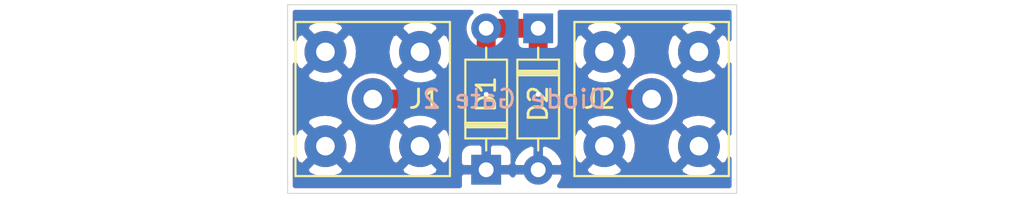
<source format=kicad_pcb>
(kicad_pcb (version 20171130) (host pcbnew "(5.1.5)-3")

  (general
    (thickness 1.6)
    (drawings 5)
    (tracks 10)
    (zones 0)
    (modules 4)
    (nets 3)
  )

  (page A4)
  (title_block
    (title "Diode Gate 2")
    (rev v01)
    (comment 2 "ARTS Lab")
    (comment 3 "University of South Carolina")
    (comment 4 "Jacob Martin")
  )

  (layers
    (0 F.Cu signal)
    (31 B.Cu signal)
    (32 B.Adhes user)
    (33 F.Adhes user)
    (34 B.Paste user)
    (35 F.Paste user)
    (36 B.SilkS user)
    (37 F.SilkS user)
    (38 B.Mask user)
    (39 F.Mask user)
    (40 Dwgs.User user)
    (41 Cmts.User user)
    (42 Eco1.User user)
    (43 Eco2.User user)
    (44 Edge.Cuts user)
    (45 Margin user)
    (46 B.CrtYd user)
    (47 F.CrtYd user)
    (48 B.Fab user)
    (49 F.Fab user hide)
  )

  (setup
    (last_trace_width 0.1524)
    (user_trace_width 1.016)
    (trace_clearance 0.1524)
    (zone_clearance 0.508)
    (zone_45_only no)
    (trace_min 0.1524)
    (via_size 0.508)
    (via_drill 0.254)
    (via_min_size 0.508)
    (via_min_drill 0.254)
    (uvia_size 0.508)
    (uvia_drill 0.254)
    (uvias_allowed no)
    (uvia_min_size 0.2)
    (uvia_min_drill 0.1)
    (edge_width 0.05)
    (segment_width 0.2)
    (pcb_text_width 0.3)
    (pcb_text_size 1.5 1.5)
    (mod_edge_width 0.12)
    (mod_text_size 1 1)
    (mod_text_width 0.15)
    (pad_size 2.25 2.25)
    (pad_drill 1)
    (pad_to_mask_clearance 0.051)
    (solder_mask_min_width 0.25)
    (aux_axis_origin 0 0)
    (visible_elements 7FFFFFFF)
    (pcbplotparams
      (layerselection 0x010fc_ffffffff)
      (usegerberextensions false)
      (usegerberattributes false)
      (usegerberadvancedattributes false)
      (creategerberjobfile false)
      (excludeedgelayer true)
      (linewidth 0.100000)
      (plotframeref false)
      (viasonmask false)
      (mode 1)
      (useauxorigin false)
      (hpglpennumber 1)
      (hpglpenspeed 20)
      (hpglpendiameter 15.000000)
      (psnegative false)
      (psa4output false)
      (plotreference true)
      (plotvalue true)
      (plotinvisibletext false)
      (padsonsilk false)
      (subtractmaskfromsilk false)
      (outputformat 1)
      (mirror false)
      (drillshape 1)
      (scaleselection 1)
      (outputdirectory ""))
  )

  (net 0 "")
  (net 1 "Net-(D1-Pad2)")
  (net 2 GND)

  (net_class Default "This is the default net class."
    (clearance 0.1524)
    (trace_width 0.1524)
    (via_dia 0.508)
    (via_drill 0.254)
    (uvia_dia 0.508)
    (uvia_drill 0.254)
    (add_net GND)
    (add_net "Net-(D1-Pad2)")
  )

  (module Diode_THT:D_DO-35_SOD27_P7.62mm_Horizontal (layer F.Cu) (tedit 5AE50CD5) (tstamp 5F7C2D1F)
    (at 140.97 106.68 90)
    (descr "Diode, DO-35_SOD27 series, Axial, Horizontal, pin pitch=7.62mm, , length*diameter=4*2mm^2, , http://www.diodes.com/_files/packages/DO-35.pdf")
    (tags "Diode DO-35_SOD27 series Axial Horizontal pin pitch 7.62mm  length 4mm diameter 2mm")
    (path /5F7C1B2E)
    (fp_text reference D1 (at 4.064 0 90) (layer F.SilkS)
      (effects (font (size 1 1) (thickness 0.15)))
    )
    (fp_text value 1N4148 (at 3.81 -2.286 90) (layer F.Fab)
      (effects (font (size 1 1) (thickness 0.15)))
    )
    (fp_text user K (at 0 -1.8 90) (layer F.Fab)
      (effects (font (size 1 1) (thickness 0.15)))
    )
    (fp_text user %R (at 4.11 0 90) (layer F.Fab)
      (effects (font (size 0.8 0.8) (thickness 0.12)))
    )
    (fp_line (start 8.67 -1.25) (end -1.05 -1.25) (layer F.CrtYd) (width 0.05))
    (fp_line (start 8.67 1.25) (end 8.67 -1.25) (layer F.CrtYd) (width 0.05))
    (fp_line (start -1.05 1.25) (end 8.67 1.25) (layer F.CrtYd) (width 0.05))
    (fp_line (start -1.05 -1.25) (end -1.05 1.25) (layer F.CrtYd) (width 0.05))
    (fp_line (start 2.29 -1.12) (end 2.29 1.12) (layer F.SilkS) (width 0.12))
    (fp_line (start 2.53 -1.12) (end 2.53 1.12) (layer F.SilkS) (width 0.12))
    (fp_line (start 2.41 -1.12) (end 2.41 1.12) (layer F.SilkS) (width 0.12))
    (fp_line (start 6.58 0) (end 5.93 0) (layer F.SilkS) (width 0.12))
    (fp_line (start 1.04 0) (end 1.69 0) (layer F.SilkS) (width 0.12))
    (fp_line (start 5.93 -1.12) (end 1.69 -1.12) (layer F.SilkS) (width 0.12))
    (fp_line (start 5.93 1.12) (end 5.93 -1.12) (layer F.SilkS) (width 0.12))
    (fp_line (start 1.69 1.12) (end 5.93 1.12) (layer F.SilkS) (width 0.12))
    (fp_line (start 1.69 -1.12) (end 1.69 1.12) (layer F.SilkS) (width 0.12))
    (fp_line (start 2.31 -1) (end 2.31 1) (layer F.Fab) (width 0.1))
    (fp_line (start 2.51 -1) (end 2.51 1) (layer F.Fab) (width 0.1))
    (fp_line (start 2.41 -1) (end 2.41 1) (layer F.Fab) (width 0.1))
    (fp_line (start 7.62 0) (end 5.81 0) (layer F.Fab) (width 0.1))
    (fp_line (start 0 0) (end 1.81 0) (layer F.Fab) (width 0.1))
    (fp_line (start 5.81 -1) (end 1.81 -1) (layer F.Fab) (width 0.1))
    (fp_line (start 5.81 1) (end 5.81 -1) (layer F.Fab) (width 0.1))
    (fp_line (start 1.81 1) (end 5.81 1) (layer F.Fab) (width 0.1))
    (fp_line (start 1.81 -1) (end 1.81 1) (layer F.Fab) (width 0.1))
    (pad 2 thru_hole oval (at 7.62 0 90) (size 1.6 1.6) (drill 0.8) (layers *.Cu *.Mask)
      (net 1 "Net-(D1-Pad2)"))
    (pad 1 thru_hole rect (at 0 0 90) (size 1.6 1.6) (drill 0.8) (layers *.Cu *.Mask)
      (net 2 GND))
    (model ${KISYS3DMOD}/Diode_THT.3dshapes/D_DO-35_SOD27_P7.62mm_Horizontal.wrl
      (at (xyz 0 0 0))
      (scale (xyz 1 1 1))
      (rotate (xyz 0 0 0))
    )
  )

  (module Diode_THT:D_DO-35_SOD27_P7.62mm_Horizontal (layer F.Cu) (tedit 5AE50CD5) (tstamp 5F7C2D3E)
    (at 143.764 99.06 270)
    (descr "Diode, DO-35_SOD27 series, Axial, Horizontal, pin pitch=7.62mm, , length*diameter=4*2mm^2, , http://www.diodes.com/_files/packages/DO-35.pdf")
    (tags "Diode DO-35_SOD27 series Axial Horizontal pin pitch 7.62mm  length 4mm diameter 2mm")
    (path /5F7C0D01)
    (fp_text reference D2 (at 4.064 0 90) (layer F.SilkS)
      (effects (font (size 1 1) (thickness 0.15)))
    )
    (fp_text value 1N4148 (at 3.81 2.12 90) (layer F.Fab)
      (effects (font (size 1 1) (thickness 0.15)))
    )
    (fp_line (start 1.81 -1) (end 1.81 1) (layer F.Fab) (width 0.1))
    (fp_line (start 1.81 1) (end 5.81 1) (layer F.Fab) (width 0.1))
    (fp_line (start 5.81 1) (end 5.81 -1) (layer F.Fab) (width 0.1))
    (fp_line (start 5.81 -1) (end 1.81 -1) (layer F.Fab) (width 0.1))
    (fp_line (start 0 0) (end 1.81 0) (layer F.Fab) (width 0.1))
    (fp_line (start 7.62 0) (end 5.81 0) (layer F.Fab) (width 0.1))
    (fp_line (start 2.41 -1) (end 2.41 1) (layer F.Fab) (width 0.1))
    (fp_line (start 2.51 -1) (end 2.51 1) (layer F.Fab) (width 0.1))
    (fp_line (start 2.31 -1) (end 2.31 1) (layer F.Fab) (width 0.1))
    (fp_line (start 1.69 -1.12) (end 1.69 1.12) (layer F.SilkS) (width 0.12))
    (fp_line (start 1.69 1.12) (end 5.93 1.12) (layer F.SilkS) (width 0.12))
    (fp_line (start 5.93 1.12) (end 5.93 -1.12) (layer F.SilkS) (width 0.12))
    (fp_line (start 5.93 -1.12) (end 1.69 -1.12) (layer F.SilkS) (width 0.12))
    (fp_line (start 1.04 0) (end 1.69 0) (layer F.SilkS) (width 0.12))
    (fp_line (start 6.58 0) (end 5.93 0) (layer F.SilkS) (width 0.12))
    (fp_line (start 2.41 -1.12) (end 2.41 1.12) (layer F.SilkS) (width 0.12))
    (fp_line (start 2.53 -1.12) (end 2.53 1.12) (layer F.SilkS) (width 0.12))
    (fp_line (start 2.29 -1.12) (end 2.29 1.12) (layer F.SilkS) (width 0.12))
    (fp_line (start -1.05 -1.25) (end -1.05 1.25) (layer F.CrtYd) (width 0.05))
    (fp_line (start -1.05 1.25) (end 8.67 1.25) (layer F.CrtYd) (width 0.05))
    (fp_line (start 8.67 1.25) (end 8.67 -1.25) (layer F.CrtYd) (width 0.05))
    (fp_line (start 8.67 -1.25) (end -1.05 -1.25) (layer F.CrtYd) (width 0.05))
    (fp_text user %R (at 4.11 0 90) (layer F.Fab)
      (effects (font (size 0.8 0.8) (thickness 0.12)))
    )
    (fp_text user K (at 0 -1.8 90) (layer F.Fab)
      (effects (font (size 1 1) (thickness 0.15)))
    )
    (pad 1 thru_hole rect (at 0 0 270) (size 1.6 1.6) (drill 0.8) (layers *.Cu *.Mask)
      (net 1 "Net-(D1-Pad2)"))
    (pad 2 thru_hole oval (at 7.62 0 270) (size 1.6 1.6) (drill 0.8) (layers *.Cu *.Mask)
      (net 2 GND))
    (model ${KISYS3DMOD}/Diode_THT.3dshapes/D_DO-35_SOD27_P7.62mm_Horizontal.wrl
      (at (xyz 0 0 0))
      (scale (xyz 1 1 1))
      (rotate (xyz 0 0 0))
    )
  )

  (module Connector_Coaxial:SMA_Amphenol_132203-12_Horizontal (layer F.Cu) (tedit 5F7C8E73) (tstamp 5F7C2D6C)
    (at 134.874 102.87 90)
    (descr https://www.amphenolrf.com/media/downloads/1769/132203-12.pdf)
    (tags "SMA THT Female Jack Horizontal")
    (path /5F7C529E)
    (fp_text reference J1 (at 0 2.794) (layer F.SilkS)
      (effects (font (size 1 1) (thickness 0.15)))
    )
    (fp_text value Conn_Coaxial (at 0 5 90) (layer F.Fab)
      (effects (font (size 1 1) (thickness 0.15)))
    )
    (fp_line (start -3.175 -5.998) (end 3.175 -6.704) (layer F.Fab) (width 0.1))
    (fp_line (start -3.175 -6.704) (end 3.175 -7.41) (layer F.Fab) (width 0.1))
    (fp_line (start -3.175 -7.41) (end 3.175 -8.116) (layer F.Fab) (width 0.1))
    (fp_line (start -3.175 -8.116) (end 3.175 -8.822) (layer F.Fab) (width 0.1))
    (fp_line (start -3.175 -8.822) (end 3.175 -9.528) (layer F.Fab) (width 0.1))
    (fp_line (start -3.175 -9.528) (end 3.175 -10.234) (layer F.Fab) (width 0.1))
    (fp_line (start -3.175 -10.234) (end 3.175 -10.94) (layer F.Fab) (width 0.1))
    (fp_line (start -3.175 -10.94) (end 3.175 -11.646) (layer F.Fab) (width 0.1))
    (fp_line (start -3.175 -11.646) (end 3.175 -12.352) (layer F.Fab) (width 0.1))
    (fp_line (start -3.175 -12.352) (end 3.175 -13.058) (layer F.Fab) (width 0.1))
    (fp_line (start -3.175 -13.058) (end 3.175 -13.764) (layer F.Fab) (width 0.1))
    (fp_line (start -3.175 -13.764) (end 3.175 -14.47) (layer F.Fab) (width 0.1))
    (fp_line (start -3.175 -14.47) (end 3.175 -15.176) (layer F.Fab) (width 0.1))
    (fp_line (start -3.175 -15.176) (end 3.175 -15.882) (layer F.Fab) (width 0.1))
    (fp_line (start -3.175 -15.882) (end 3.175 -16.588) (layer F.Fab) (width 0.1))
    (fp_line (start -3.175 -16.588) (end 3.175 -17.294) (layer F.Fab) (width 0.1))
    (fp_line (start -3.175 -17.294) (end 3.175 -18) (layer F.Fab) (width 0.1))
    (fp_line (start 4.5 4.5) (end -4.5 4.5) (layer F.CrtYd) (width 0.05))
    (fp_line (start 4.5 4.5) (end 4.5 -20) (layer F.CrtYd) (width 0.05))
    (fp_line (start -4.5 -20) (end -4.5 4.5) (layer F.CrtYd) (width 0.05))
    (fp_line (start -4.5 -20) (end 4.5 -20) (layer F.CrtYd) (width 0.05))
    (fp_line (start -4 -4) (end -4 4) (layer F.Fab) (width 0.1))
    (fp_line (start -4 4) (end 4 4) (layer F.Fab) (width 0.1))
    (fp_line (start 4 -4) (end 4 4) (layer F.Fab) (width 0.1))
    (fp_line (start -4.15 -4.15) (end -4.15 4.15) (layer F.SilkS) (width 0.12))
    (fp_line (start 4.15 -4.15) (end 4.15 4.15) (layer F.SilkS) (width 0.12))
    (fp_line (start -4.15 4.15) (end 4.15 4.15) (layer F.SilkS) (width 0.12))
    (fp_line (start -4.15 -4.15) (end 4.15 -4.15) (layer F.SilkS) (width 0.12))
    (fp_text user %R (at 0 0 90) (layer F.Fab)
      (effects (font (size 1 1) (thickness 0.15)))
    )
    (fp_line (start -3.175 -19.5) (end 3.175 -19.5) (layer F.Fab) (width 0.1))
    (fp_line (start -3.175 -19.5) (end -3.175 -5.07) (layer F.Fab) (width 0.1))
    (fp_line (start 3.175 -19.5) (end 3.175 -5.07) (layer F.Fab) (width 0.1))
    (fp_line (start 3.9 -4) (end 3.9 -5.07) (layer F.Fab) (width 0.1))
    (fp_line (start 3.9 -5.07) (end -3.9 -5.07) (layer F.Fab) (width 0.1))
    (fp_line (start -3.9 -5.07) (end -3.9 -4) (layer F.Fab) (width 0.1))
    (fp_line (start -4 -4) (end 4 -4) (layer F.Fab) (width 0.1))
    (fp_line (start -3.175 -18) (end 3.175 -18.706) (layer F.Fab) (width 0.1))
    (pad 1 thru_hole circle (at 0 0 90) (size 2.25 2.25) (drill 1) (layers *.Cu *.Mask)
      (net 1 "Net-(D1-Pad2)"))
    (pad 2 thru_hole circle (at 2.54 2.54 180) (size 2.25 2.25) (drill 1) (layers *.Cu *.Mask)
      (net 2 GND))
    (pad 2 thru_hole circle (at 2.54 -2.54 90) (size 2.25 2.25) (drill 1) (layers *.Cu *.Mask)
      (net 2 GND))
    (pad 2 thru_hole circle (at -2.54 -2.54 90) (size 2.25 2.25) (drill 1) (layers *.Cu *.Mask)
      (net 2 GND))
    (pad 2 thru_hole circle (at -2.54 2.54 90) (size 2.25 2.25) (drill 1) (layers *.Cu *.Mask)
      (net 2 GND))
    (model ${KISYS3DMOD}/Connector_Coaxial.3dshapes/SMA_Amphenol_132203-12_Horizontal.wrl
      (at (xyz 0 0 0))
      (scale (xyz 1 1 1))
      (rotate (xyz 0 0 0))
    )
  )

  (module Connector_Coaxial:SMA_Amphenol_132203-12_Horizontal (layer F.Cu) (tedit 5F7C8E95) (tstamp 5F7C2D9A)
    (at 149.86 102.87 270)
    (descr https://www.amphenolrf.com/media/downloads/1769/132203-12.pdf)
    (tags "SMA THT Female Jack Horizontal")
    (path /5F7C379F)
    (fp_text reference J2 (at 0 2.794) (layer F.SilkS)
      (effects (font (size 1 1) (thickness 0.15)))
    )
    (fp_text value Conn_Coaxial (at 0 5 90) (layer F.Fab)
      (effects (font (size 1 1) (thickness 0.15)))
    )
    (fp_line (start -3.175 -18) (end 3.175 -18.706) (layer F.Fab) (width 0.1))
    (fp_line (start -4 -4) (end 4 -4) (layer F.Fab) (width 0.1))
    (fp_line (start -3.9 -5.07) (end -3.9 -4) (layer F.Fab) (width 0.1))
    (fp_line (start 3.9 -5.07) (end -3.9 -5.07) (layer F.Fab) (width 0.1))
    (fp_line (start 3.9 -4) (end 3.9 -5.07) (layer F.Fab) (width 0.1))
    (fp_line (start 3.175 -19.5) (end 3.175 -5.07) (layer F.Fab) (width 0.1))
    (fp_line (start -3.175 -19.5) (end -3.175 -5.07) (layer F.Fab) (width 0.1))
    (fp_line (start -3.175 -19.5) (end 3.175 -19.5) (layer F.Fab) (width 0.1))
    (fp_text user %R (at 0 0 90) (layer F.Fab)
      (effects (font (size 1 1) (thickness 0.15)))
    )
    (fp_line (start -4.15 -4.15) (end 4.15 -4.15) (layer F.SilkS) (width 0.12))
    (fp_line (start -4.15 4.15) (end 4.15 4.15) (layer F.SilkS) (width 0.12))
    (fp_line (start 4.15 -4.15) (end 4.15 4.15) (layer F.SilkS) (width 0.12))
    (fp_line (start -4.15 -4.15) (end -4.15 4.15) (layer F.SilkS) (width 0.12))
    (fp_line (start 4 -4) (end 4 4) (layer F.Fab) (width 0.1))
    (fp_line (start -4 4) (end 4 4) (layer F.Fab) (width 0.1))
    (fp_line (start -4 -4) (end -4 4) (layer F.Fab) (width 0.1))
    (fp_line (start -4.5 -20) (end 4.5 -20) (layer F.CrtYd) (width 0.05))
    (fp_line (start -4.5 -20) (end -4.5 4.5) (layer F.CrtYd) (width 0.05))
    (fp_line (start 4.5 4.5) (end 4.5 -20) (layer F.CrtYd) (width 0.05))
    (fp_line (start 4.5 4.5) (end -4.5 4.5) (layer F.CrtYd) (width 0.05))
    (fp_line (start -3.175 -17.294) (end 3.175 -18) (layer F.Fab) (width 0.1))
    (fp_line (start -3.175 -16.588) (end 3.175 -17.294) (layer F.Fab) (width 0.1))
    (fp_line (start -3.175 -15.882) (end 3.175 -16.588) (layer F.Fab) (width 0.1))
    (fp_line (start -3.175 -15.176) (end 3.175 -15.882) (layer F.Fab) (width 0.1))
    (fp_line (start -3.175 -14.47) (end 3.175 -15.176) (layer F.Fab) (width 0.1))
    (fp_line (start -3.175 -13.764) (end 3.175 -14.47) (layer F.Fab) (width 0.1))
    (fp_line (start -3.175 -13.058) (end 3.175 -13.764) (layer F.Fab) (width 0.1))
    (fp_line (start -3.175 -12.352) (end 3.175 -13.058) (layer F.Fab) (width 0.1))
    (fp_line (start -3.175 -11.646) (end 3.175 -12.352) (layer F.Fab) (width 0.1))
    (fp_line (start -3.175 -10.94) (end 3.175 -11.646) (layer F.Fab) (width 0.1))
    (fp_line (start -3.175 -10.234) (end 3.175 -10.94) (layer F.Fab) (width 0.1))
    (fp_line (start -3.175 -9.528) (end 3.175 -10.234) (layer F.Fab) (width 0.1))
    (fp_line (start -3.175 -8.822) (end 3.175 -9.528) (layer F.Fab) (width 0.1))
    (fp_line (start -3.175 -8.116) (end 3.175 -8.822) (layer F.Fab) (width 0.1))
    (fp_line (start -3.175 -7.41) (end 3.175 -8.116) (layer F.Fab) (width 0.1))
    (fp_line (start -3.175 -6.704) (end 3.175 -7.41) (layer F.Fab) (width 0.1))
    (fp_line (start -3.175 -5.998) (end 3.175 -6.704) (layer F.Fab) (width 0.1))
    (pad 2 thru_hole circle (at -2.54 2.54 270) (size 2.25 2.25) (drill 1) (layers *.Cu *.Mask)
      (net 2 GND))
    (pad 2 thru_hole circle (at -2.54 -2.54 270) (size 2.25 2.25) (drill 1) (layers *.Cu *.Mask)
      (net 2 GND))
    (pad 2 thru_hole circle (at 2.54 -2.54 270) (size 2.25 2.25) (drill 1) (layers *.Cu *.Mask)
      (net 2 GND))
    (pad 2 thru_hole circle (at 2.54 2.54) (size 2.25 2.25) (drill 1) (layers *.Cu *.Mask)
      (net 2 GND))
    (pad 1 thru_hole circle (at 0 0 270) (size 2.25 2.25) (drill 1) (layers *.Cu *.Mask)
      (net 1 "Net-(D1-Pad2)"))
    (model ${KISYS3DMOD}/Connector_Coaxial.3dshapes/SMA_Amphenol_132203-12_Horizontal.wrl
      (at (xyz 0 0 0))
      (scale (xyz 1 1 1))
      (rotate (xyz 0 0 0))
    )
  )

  (gr_text "Diode Gate 2" (at 142.494 102.87) (layer B.SilkS)
    (effects (font (size 0.992 0.992) (thickness 0.1476)) (justify mirror))
  )
  (gr_line (start 130.302 107.95) (end 130.302 97.79) (layer Edge.Cuts) (width 0.05) (tstamp 5F7C349A))
  (gr_line (start 154.432 107.95) (end 130.302 107.95) (layer Edge.Cuts) (width 0.05))
  (gr_line (start 154.432 97.79) (end 154.432 107.95) (layer Edge.Cuts) (width 0.05))
  (gr_line (start 130.302 97.79) (end 154.432 97.79) (layer Edge.Cuts) (width 0.05))

  (segment (start 140.97 99.06) (end 143.764 99.06) (width 1.016) (layer F.Cu) (net 1))
  (segment (start 143.764 100.876) (end 145.758 102.87) (width 1.016) (layer F.Cu) (net 1))
  (segment (start 148.26901 102.87) (end 149.86 102.87) (width 1.016) (layer F.Cu) (net 1))
  (segment (start 145.758 102.87) (end 148.26901 102.87) (width 1.016) (layer F.Cu) (net 1))
  (segment (start 143.764 99.06) (end 143.764 100.876) (width 1.016) (layer F.Cu) (net 1))
  (segment (start 140.97 100.19137) (end 140.97 99.06) (width 1.016) (layer F.Cu) (net 1))
  (segment (start 138.29137 102.87) (end 140.97 100.19137) (width 1.016) (layer F.Cu) (net 1))
  (segment (start 134.874 102.87) (end 138.29137 102.87) (width 1.016) (layer F.Cu) (net 1))
  (via (at 140.97 102.616) (size 0.508) (drill 0.254) (layers F.Cu B.Cu) (net 2))
  (via (at 143.764 102.616) (size 0.508) (drill 0.254) (layers F.Cu B.Cu) (net 2))

  (zone (net 2) (net_name GND) (layer F.Cu) (tstamp 0) (hatch edge 0.508)
    (connect_pads (clearance 0.254))
    (min_thickness 0.254)
    (fill yes (arc_segments 32) (thermal_gap 0.508) (thermal_bridge_width 0.508))
    (polygon
      (pts
        (xy 154.686 108.204) (xy 130.048 108.204) (xy 130.048 97.536) (xy 154.686 97.536)
      )
    )
    (filled_polygon
      (pts
        (xy 140.052658 98.307157) (xy 139.923412 98.500587) (xy 139.834386 98.715515) (xy 139.789 98.943682) (xy 139.789 99.176318)
        (xy 139.834386 99.404485) (xy 139.923412 99.619413) (xy 140.052658 99.812843) (xy 140.071975 99.83216) (xy 139.112351 100.791783)
        (xy 139.15886 100.618295) (xy 139.181576 100.27235) (xy 139.136366 99.92862) (xy 139.024966 99.600315) (xy 138.915714 99.395921)
        (xy 138.638531 99.285074) (xy 137.593605 100.33) (xy 137.607748 100.344143) (xy 137.428143 100.523748) (xy 137.414 100.509605)
        (xy 136.369074 101.554531) (xy 136.479921 101.831714) (xy 136.782551 101.981) (xy 136.09124 101.981) (xy 136.043787 101.909981)
        (xy 135.834019 101.700213) (xy 135.587359 101.5354) (xy 135.313284 101.421875) (xy 135.022328 101.364) (xy 134.725672 101.364)
        (xy 134.434716 101.421875) (xy 134.160641 101.5354) (xy 133.913981 101.700213) (xy 133.704213 101.909981) (xy 133.5394 102.156641)
        (xy 133.425875 102.430716) (xy 133.368 102.721672) (xy 133.368 103.018328) (xy 133.425875 103.309284) (xy 133.5394 103.583359)
        (xy 133.704213 103.830019) (xy 133.913981 104.039787) (xy 134.160641 104.2046) (xy 134.434716 104.318125) (xy 134.725672 104.376)
        (xy 135.022328 104.376) (xy 135.313284 104.318125) (xy 135.587359 104.2046) (xy 135.834019 104.039787) (xy 136.043787 103.830019)
        (xy 136.09124 103.759) (xy 136.802299 103.759) (xy 136.684315 103.799034) (xy 136.479921 103.908286) (xy 136.369074 104.185469)
        (xy 137.414 105.230395) (xy 138.458926 104.185469) (xy 138.348079 103.908286) (xy 138.045449 103.759) (xy 138.24771 103.759)
        (xy 138.29137 103.7633) (xy 138.33503 103.759) (xy 138.335037 103.759) (xy 138.465644 103.746136) (xy 138.633221 103.695303)
        (xy 138.787661 103.612753) (xy 138.923029 103.501659) (xy 138.950869 103.467736) (xy 141.567743 100.850863) (xy 141.601659 100.823029)
        (xy 141.712753 100.687661) (xy 141.795303 100.533221) (xy 141.846136 100.365644) (xy 141.859 100.235037) (xy 141.859 100.23503)
        (xy 141.8633 100.19137) (xy 141.859 100.14771) (xy 141.859 99.949) (xy 142.592854 99.949) (xy 142.610299 100.006508)
        (xy 142.645678 100.072696) (xy 142.693289 100.130711) (xy 142.751304 100.178322) (xy 142.817492 100.213701) (xy 142.875001 100.231146)
        (xy 142.875001 100.83233) (xy 142.8707 100.876) (xy 142.887864 101.050274) (xy 142.938698 101.217852) (xy 142.963407 101.264079)
        (xy 143.021248 101.372291) (xy 143.132342 101.507659) (xy 143.166259 101.535494) (xy 145.098506 103.467742) (xy 145.126341 103.501659)
        (xy 145.261709 103.612753) (xy 145.416149 103.695303) (xy 145.510758 103.724002) (xy 145.583725 103.746136) (xy 145.600325 103.747771)
        (xy 145.714333 103.759) (xy 145.71434 103.759) (xy 145.758 103.7633) (xy 145.80166 103.759) (xy 146.708299 103.759)
        (xy 146.590315 103.799034) (xy 146.385921 103.908286) (xy 146.275074 104.185469) (xy 147.32 105.230395) (xy 148.364926 104.185469)
        (xy 148.254079 103.908286) (xy 147.951449 103.759) (xy 148.64276 103.759) (xy 148.690213 103.830019) (xy 148.899981 104.039787)
        (xy 149.146641 104.2046) (xy 149.420716 104.318125) (xy 149.711672 104.376) (xy 150.008328 104.376) (xy 150.299284 104.318125)
        (xy 150.573359 104.2046) (xy 150.60199 104.185469) (xy 151.355074 104.185469) (xy 152.4 105.230395) (xy 153.444926 104.185469)
        (xy 153.334079 103.908286) (xy 153.02316 103.754911) (xy 152.688295 103.66514) (xy 152.34235 103.642424) (xy 151.99862 103.687634)
        (xy 151.670315 103.799034) (xy 151.465921 103.908286) (xy 151.355074 104.185469) (xy 150.60199 104.185469) (xy 150.820019 104.039787)
        (xy 151.029787 103.830019) (xy 151.1946 103.583359) (xy 151.308125 103.309284) (xy 151.366 103.018328) (xy 151.366 102.721672)
        (xy 151.308125 102.430716) (xy 151.1946 102.156641) (xy 151.029787 101.909981) (xy 150.820019 101.700213) (xy 150.601991 101.554531)
        (xy 151.355074 101.554531) (xy 151.465921 101.831714) (xy 151.77684 101.985089) (xy 152.111705 102.07486) (xy 152.45765 102.097576)
        (xy 152.80138 102.052366) (xy 153.129685 101.940966) (xy 153.334079 101.831714) (xy 153.444926 101.554531) (xy 152.4 100.509605)
        (xy 151.355074 101.554531) (xy 150.601991 101.554531) (xy 150.573359 101.5354) (xy 150.299284 101.421875) (xy 150.008328 101.364)
        (xy 149.711672 101.364) (xy 149.420716 101.421875) (xy 149.146641 101.5354) (xy 148.899981 101.700213) (xy 148.690213 101.909981)
        (xy 148.64276 101.981) (xy 147.931701 101.981) (xy 148.049685 101.940966) (xy 148.254079 101.831714) (xy 148.364926 101.554531)
        (xy 147.32 100.509605) (xy 146.275074 101.554531) (xy 146.385921 101.831714) (xy 146.688551 101.981) (xy 146.126236 101.981)
        (xy 144.653 100.507765) (xy 144.653 100.38765) (xy 145.552424 100.38765) (xy 145.597634 100.73138) (xy 145.709034 101.059685)
        (xy 145.818286 101.264079) (xy 146.095469 101.374926) (xy 147.140395 100.33) (xy 147.499605 100.33) (xy 148.544531 101.374926)
        (xy 148.821714 101.264079) (xy 148.975089 100.95316) (xy 149.06486 100.618295) (xy 149.080004 100.38765) (xy 150.632424 100.38765)
        (xy 150.677634 100.73138) (xy 150.789034 101.059685) (xy 150.898286 101.264079) (xy 151.175469 101.374926) (xy 152.220395 100.33)
        (xy 151.175469 99.285074) (xy 150.898286 99.395921) (xy 150.744911 99.70684) (xy 150.65514 100.041705) (xy 150.632424 100.38765)
        (xy 149.080004 100.38765) (xy 149.087576 100.27235) (xy 149.042366 99.92862) (xy 148.930966 99.600315) (xy 148.821714 99.395921)
        (xy 148.544531 99.285074) (xy 147.499605 100.33) (xy 147.140395 100.33) (xy 146.095469 99.285074) (xy 145.818286 99.395921)
        (xy 145.664911 99.70684) (xy 145.57514 100.041705) (xy 145.552424 100.38765) (xy 144.653 100.38765) (xy 144.653 100.231146)
        (xy 144.710508 100.213701) (xy 144.776696 100.178322) (xy 144.834711 100.130711) (xy 144.882322 100.072696) (xy 144.917701 100.006508)
        (xy 144.939487 99.934689) (xy 144.946843 99.86) (xy 144.946843 99.105469) (xy 146.275074 99.105469) (xy 147.32 100.150395)
        (xy 148.364926 99.105469) (xy 151.355074 99.105469) (xy 152.4 100.150395) (xy 153.444926 99.105469) (xy 153.334079 98.828286)
        (xy 153.02316 98.674911) (xy 152.688295 98.58514) (xy 152.34235 98.562424) (xy 151.99862 98.607634) (xy 151.670315 98.719034)
        (xy 151.465921 98.828286) (xy 151.355074 99.105469) (xy 148.364926 99.105469) (xy 148.254079 98.828286) (xy 147.94316 98.674911)
        (xy 147.608295 98.58514) (xy 147.26235 98.562424) (xy 146.91862 98.607634) (xy 146.590315 98.719034) (xy 146.385921 98.828286)
        (xy 146.275074 99.105469) (xy 144.946843 99.105469) (xy 144.946843 98.26) (xy 144.94054 98.196) (xy 154.026 98.196)
        (xy 154.026 99.644622) (xy 154.010966 99.600315) (xy 153.901714 99.395921) (xy 153.624531 99.285074) (xy 152.579605 100.33)
        (xy 153.624531 101.374926) (xy 153.901714 101.264079) (xy 154.026 101.012128) (xy 154.026001 104.724623) (xy 154.010966 104.680315)
        (xy 153.901714 104.475921) (xy 153.624531 104.365074) (xy 152.579605 105.41) (xy 153.624531 106.454926) (xy 153.901714 106.344079)
        (xy 154.026001 106.092127) (xy 154.026001 107.544) (xy 144.908342 107.544) (xy 144.916385 107.535131) (xy 145.06107 107.293881)
        (xy 145.155909 107.02904) (xy 145.034624 106.807) (xy 143.891 106.807) (xy 143.891 106.827) (xy 143.637 106.827)
        (xy 143.637 106.807) (xy 142.493376 106.807) (xy 142.405018 106.96876) (xy 142.405 106.96575) (xy 142.24625 106.807)
        (xy 141.097 106.807) (xy 141.097 106.827) (xy 140.843 106.827) (xy 140.843 106.807) (xy 139.69375 106.807)
        (xy 139.535 106.96575) (xy 139.531928 107.48) (xy 139.538231 107.544) (xy 130.708 107.544) (xy 130.708 106.634531)
        (xy 131.289074 106.634531) (xy 131.399921 106.911714) (xy 131.71084 107.065089) (xy 132.045705 107.15486) (xy 132.39165 107.177576)
        (xy 132.73538 107.132366) (xy 133.063685 107.020966) (xy 133.268079 106.911714) (xy 133.378926 106.634531) (xy 136.369074 106.634531)
        (xy 136.479921 106.911714) (xy 136.79084 107.065089) (xy 137.125705 107.15486) (xy 137.47165 107.177576) (xy 137.81538 107.132366)
        (xy 138.143685 107.020966) (xy 138.348079 106.911714) (xy 138.458926 106.634531) (xy 146.275074 106.634531) (xy 146.385921 106.911714)
        (xy 146.69684 107.065089) (xy 147.031705 107.15486) (xy 147.37765 107.177576) (xy 147.72138 107.132366) (xy 148.049685 107.020966)
        (xy 148.254079 106.911714) (xy 148.364926 106.634531) (xy 151.355074 106.634531) (xy 151.465921 106.911714) (xy 151.77684 107.065089)
        (xy 152.111705 107.15486) (xy 152.45765 107.177576) (xy 152.80138 107.132366) (xy 153.129685 107.020966) (xy 153.334079 106.911714)
        (xy 153.444926 106.634531) (xy 152.4 105.589605) (xy 151.355074 106.634531) (xy 148.364926 106.634531) (xy 147.32 105.589605)
        (xy 146.275074 106.634531) (xy 138.458926 106.634531) (xy 137.414 105.589605) (xy 136.369074 106.634531) (xy 133.378926 106.634531)
        (xy 132.334 105.589605) (xy 131.289074 106.634531) (xy 130.708 106.634531) (xy 130.708 106.095379) (xy 130.723034 106.139685)
        (xy 130.832286 106.344079) (xy 131.109469 106.454926) (xy 132.154395 105.41) (xy 132.513605 105.41) (xy 133.558531 106.454926)
        (xy 133.835714 106.344079) (xy 133.989089 106.03316) (xy 134.07886 105.698295) (xy 134.094004 105.46765) (xy 135.646424 105.46765)
        (xy 135.691634 105.81138) (xy 135.803034 106.139685) (xy 135.912286 106.344079) (xy 136.189469 106.454926) (xy 137.234395 105.41)
        (xy 137.593605 105.41) (xy 138.638531 106.454926) (xy 138.915714 106.344079) (xy 139.069089 106.03316) (xy 139.110148 105.88)
        (xy 139.531928 105.88) (xy 139.535 106.39425) (xy 139.69375 106.553) (xy 140.843 106.553) (xy 140.843 105.40375)
        (xy 141.097 105.40375) (xy 141.097 106.553) (xy 142.24625 106.553) (xy 142.405 106.39425) (xy 142.405018 106.39124)
        (xy 142.493376 106.553) (xy 143.637 106.553) (xy 143.637 105.410085) (xy 143.891 105.410085) (xy 143.891 106.553)
        (xy 145.034624 106.553) (xy 145.155909 106.33096) (xy 145.06107 106.066119) (xy 144.916385 105.824869) (xy 144.727414 105.616481)
        (xy 144.526631 105.46765) (xy 145.552424 105.46765) (xy 145.597634 105.81138) (xy 145.709034 106.139685) (xy 145.818286 106.344079)
        (xy 146.095469 106.454926) (xy 147.140395 105.41) (xy 147.499605 105.41) (xy 148.544531 106.454926) (xy 148.821714 106.344079)
        (xy 148.975089 106.03316) (xy 149.06486 105.698295) (xy 149.080004 105.46765) (xy 150.632424 105.46765) (xy 150.677634 105.81138)
        (xy 150.789034 106.139685) (xy 150.898286 106.344079) (xy 151.175469 106.454926) (xy 152.220395 105.41) (xy 151.175469 104.365074)
        (xy 150.898286 104.475921) (xy 150.744911 104.78684) (xy 150.65514 105.121705) (xy 150.632424 105.46765) (xy 149.080004 105.46765)
        (xy 149.087576 105.35235) (xy 149.042366 105.00862) (xy 148.930966 104.680315) (xy 148.821714 104.475921) (xy 148.544531 104.365074)
        (xy 147.499605 105.41) (xy 147.140395 105.41) (xy 146.095469 104.365074) (xy 145.818286 104.475921) (xy 145.664911 104.78684)
        (xy 145.57514 105.121705) (xy 145.552424 105.46765) (xy 144.526631 105.46765) (xy 144.50142 105.448963) (xy 144.247087 105.328754)
        (xy 144.113039 105.288096) (xy 143.891 105.410085) (xy 143.637 105.410085) (xy 143.414961 105.288096) (xy 143.280913 105.328754)
        (xy 143.02658 105.448963) (xy 142.800586 105.616481) (xy 142.611615 105.824869) (xy 142.46693 106.066119) (xy 142.405943 106.236428)
        (xy 142.408072 105.88) (xy 142.395812 105.755518) (xy 142.359502 105.63582) (xy 142.300537 105.525506) (xy 142.221185 105.428815)
        (xy 142.124494 105.349463) (xy 142.01418 105.290498) (xy 141.894482 105.254188) (xy 141.77 105.241928) (xy 141.25575 105.245)
        (xy 141.097 105.40375) (xy 140.843 105.40375) (xy 140.68425 105.245) (xy 140.17 105.241928) (xy 140.045518 105.254188)
        (xy 139.92582 105.290498) (xy 139.815506 105.349463) (xy 139.718815 105.428815) (xy 139.639463 105.525506) (xy 139.580498 105.63582)
        (xy 139.544188 105.755518) (xy 139.531928 105.88) (xy 139.110148 105.88) (xy 139.15886 105.698295) (xy 139.181576 105.35235)
        (xy 139.136366 105.00862) (xy 139.024966 104.680315) (xy 138.915714 104.475921) (xy 138.638531 104.365074) (xy 137.593605 105.41)
        (xy 137.234395 105.41) (xy 136.189469 104.365074) (xy 135.912286 104.475921) (xy 135.758911 104.78684) (xy 135.66914 105.121705)
        (xy 135.646424 105.46765) (xy 134.094004 105.46765) (xy 134.101576 105.35235) (xy 134.056366 105.00862) (xy 133.944966 104.680315)
        (xy 133.835714 104.475921) (xy 133.558531 104.365074) (xy 132.513605 105.41) (xy 132.154395 105.41) (xy 131.109469 104.365074)
        (xy 130.832286 104.475921) (xy 130.708 104.727871) (xy 130.708 104.185469) (xy 131.289074 104.185469) (xy 132.334 105.230395)
        (xy 133.378926 104.185469) (xy 133.268079 103.908286) (xy 132.95716 103.754911) (xy 132.622295 103.66514) (xy 132.27635 103.642424)
        (xy 131.93262 103.687634) (xy 131.604315 103.799034) (xy 131.399921 103.908286) (xy 131.289074 104.185469) (xy 130.708 104.185469)
        (xy 130.708 101.554531) (xy 131.289074 101.554531) (xy 131.399921 101.831714) (xy 131.71084 101.985089) (xy 132.045705 102.07486)
        (xy 132.39165 102.097576) (xy 132.73538 102.052366) (xy 133.063685 101.940966) (xy 133.268079 101.831714) (xy 133.378926 101.554531)
        (xy 132.334 100.509605) (xy 131.289074 101.554531) (xy 130.708 101.554531) (xy 130.708 101.015379) (xy 130.723034 101.059685)
        (xy 130.832286 101.264079) (xy 131.109469 101.374926) (xy 132.154395 100.33) (xy 132.513605 100.33) (xy 133.558531 101.374926)
        (xy 133.835714 101.264079) (xy 133.989089 100.95316) (xy 134.07886 100.618295) (xy 134.094004 100.38765) (xy 135.646424 100.38765)
        (xy 135.691634 100.73138) (xy 135.803034 101.059685) (xy 135.912286 101.264079) (xy 136.189469 101.374926) (xy 137.234395 100.33)
        (xy 136.189469 99.285074) (xy 135.912286 99.395921) (xy 135.758911 99.70684) (xy 135.66914 100.041705) (xy 135.646424 100.38765)
        (xy 134.094004 100.38765) (xy 134.101576 100.27235) (xy 134.056366 99.92862) (xy 133.944966 99.600315) (xy 133.835714 99.395921)
        (xy 133.558531 99.285074) (xy 132.513605 100.33) (xy 132.154395 100.33) (xy 131.109469 99.285074) (xy 130.832286 99.395921)
        (xy 130.708 99.647871) (xy 130.708 99.105469) (xy 131.289074 99.105469) (xy 132.334 100.150395) (xy 133.378926 99.105469)
        (xy 136.369074 99.105469) (xy 137.414 100.150395) (xy 138.458926 99.105469) (xy 138.348079 98.828286) (xy 138.03716 98.674911)
        (xy 137.702295 98.58514) (xy 137.35635 98.562424) (xy 137.01262 98.607634) (xy 136.684315 98.719034) (xy 136.479921 98.828286)
        (xy 136.369074 99.105469) (xy 133.378926 99.105469) (xy 133.268079 98.828286) (xy 132.95716 98.674911) (xy 132.622295 98.58514)
        (xy 132.27635 98.562424) (xy 131.93262 98.607634) (xy 131.604315 98.719034) (xy 131.399921 98.828286) (xy 131.289074 99.105469)
        (xy 130.708 99.105469) (xy 130.708 98.196) (xy 140.163815 98.196)
      )
    )
  )
  (zone (net 2) (net_name GND) (layer B.Cu) (tstamp 0) (hatch edge 0.508)
    (connect_pads (clearance 0.254))
    (min_thickness 0.254)
    (fill yes (arc_segments 32) (thermal_gap 0.508) (thermal_bridge_width 0.508))
    (polygon
      (pts
        (xy 154.686 108.204) (xy 130.048 108.204) (xy 130.048 97.536) (xy 154.686 97.536)
      )
    )
    (filled_polygon
      (pts
        (xy 140.052658 98.307157) (xy 139.923412 98.500587) (xy 139.834386 98.715515) (xy 139.789 98.943682) (xy 139.789 99.176318)
        (xy 139.834386 99.404485) (xy 139.923412 99.619413) (xy 140.052658 99.812843) (xy 140.217157 99.977342) (xy 140.410587 100.106588)
        (xy 140.625515 100.195614) (xy 140.853682 100.241) (xy 141.086318 100.241) (xy 141.314485 100.195614) (xy 141.529413 100.106588)
        (xy 141.722843 99.977342) (xy 141.887342 99.812843) (xy 142.016588 99.619413) (xy 142.105614 99.404485) (xy 142.151 99.176318)
        (xy 142.151 98.943682) (xy 142.105614 98.715515) (xy 142.016588 98.500587) (xy 141.887342 98.307157) (xy 141.776185 98.196)
        (xy 142.58746 98.196) (xy 142.581157 98.26) (xy 142.581157 99.86) (xy 142.588513 99.934689) (xy 142.610299 100.006508)
        (xy 142.645678 100.072696) (xy 142.693289 100.130711) (xy 142.751304 100.178322) (xy 142.817492 100.213701) (xy 142.889311 100.235487)
        (xy 142.964 100.242843) (xy 144.564 100.242843) (xy 144.638689 100.235487) (xy 144.710508 100.213701) (xy 144.776696 100.178322)
        (xy 144.834711 100.130711) (xy 144.882322 100.072696) (xy 144.917701 100.006508) (xy 144.939487 99.934689) (xy 144.946843 99.86)
        (xy 144.946843 99.105469) (xy 146.275074 99.105469) (xy 147.32 100.150395) (xy 148.364926 99.105469) (xy 151.355074 99.105469)
        (xy 152.4 100.150395) (xy 153.444926 99.105469) (xy 153.334079 98.828286) (xy 153.02316 98.674911) (xy 152.688295 98.58514)
        (xy 152.34235 98.562424) (xy 151.99862 98.607634) (xy 151.670315 98.719034) (xy 151.465921 98.828286) (xy 151.355074 99.105469)
        (xy 148.364926 99.105469) (xy 148.254079 98.828286) (xy 147.94316 98.674911) (xy 147.608295 98.58514) (xy 147.26235 98.562424)
        (xy 146.91862 98.607634) (xy 146.590315 98.719034) (xy 146.385921 98.828286) (xy 146.275074 99.105469) (xy 144.946843 99.105469)
        (xy 144.946843 98.26) (xy 144.94054 98.196) (xy 154.026 98.196) (xy 154.026 99.644622) (xy 154.010966 99.600315)
        (xy 153.901714 99.395921) (xy 153.624531 99.285074) (xy 152.579605 100.33) (xy 153.624531 101.374926) (xy 153.901714 101.264079)
        (xy 154.026 101.012128) (xy 154.026001 104.724623) (xy 154.010966 104.680315) (xy 153.901714 104.475921) (xy 153.624531 104.365074)
        (xy 152.579605 105.41) (xy 153.624531 106.454926) (xy 153.901714 106.344079) (xy 154.026001 106.092127) (xy 154.026001 107.544)
        (xy 144.908342 107.544) (xy 144.916385 107.535131) (xy 145.06107 107.293881) (xy 145.155909 107.02904) (xy 145.034624 106.807)
        (xy 143.891 106.807) (xy 143.891 106.827) (xy 143.637 106.827) (xy 143.637 106.807) (xy 142.493376 106.807)
        (xy 142.405018 106.96876) (xy 142.405 106.96575) (xy 142.24625 106.807) (xy 141.097 106.807) (xy 141.097 106.827)
        (xy 140.843 106.827) (xy 140.843 106.807) (xy 139.69375 106.807) (xy 139.535 106.96575) (xy 139.531928 107.48)
        (xy 139.538231 107.544) (xy 130.708 107.544) (xy 130.708 106.634531) (xy 131.289074 106.634531) (xy 131.399921 106.911714)
        (xy 131.71084 107.065089) (xy 132.045705 107.15486) (xy 132.39165 107.177576) (xy 132.73538 107.132366) (xy 133.063685 107.020966)
        (xy 133.268079 106.911714) (xy 133.378926 106.634531) (xy 136.369074 106.634531) (xy 136.479921 106.911714) (xy 136.79084 107.065089)
        (xy 137.125705 107.15486) (xy 137.47165 107.177576) (xy 137.81538 107.132366) (xy 138.143685 107.020966) (xy 138.348079 106.911714)
        (xy 138.458926 106.634531) (xy 146.275074 106.634531) (xy 146.385921 106.911714) (xy 146.69684 107.065089) (xy 147.031705 107.15486)
        (xy 147.37765 107.177576) (xy 147.72138 107.132366) (xy 148.049685 107.020966) (xy 148.254079 106.911714) (xy 148.364926 106.634531)
        (xy 151.355074 106.634531) (xy 151.465921 106.911714) (xy 151.77684 107.065089) (xy 152.111705 107.15486) (xy 152.45765 107.177576)
        (xy 152.80138 107.132366) (xy 153.129685 107.020966) (xy 153.334079 106.911714) (xy 153.444926 106.634531) (xy 152.4 105.589605)
        (xy 151.355074 106.634531) (xy 148.364926 106.634531) (xy 147.32 105.589605) (xy 146.275074 106.634531) (xy 138.458926 106.634531)
        (xy 137.414 105.589605) (xy 136.369074 106.634531) (xy 133.378926 106.634531) (xy 132.334 105.589605) (xy 131.289074 106.634531)
        (xy 130.708 106.634531) (xy 130.708 106.095379) (xy 130.723034 106.139685) (xy 130.832286 106.344079) (xy 131.109469 106.454926)
        (xy 132.154395 105.41) (xy 132.513605 105.41) (xy 133.558531 106.454926) (xy 133.835714 106.344079) (xy 133.989089 106.03316)
        (xy 134.07886 105.698295) (xy 134.094004 105.46765) (xy 135.646424 105.46765) (xy 135.691634 105.81138) (xy 135.803034 106.139685)
        (xy 135.912286 106.344079) (xy 136.189469 106.454926) (xy 137.234395 105.41) (xy 137.593605 105.41) (xy 138.638531 106.454926)
        (xy 138.915714 106.344079) (xy 139.069089 106.03316) (xy 139.110148 105.88) (xy 139.531928 105.88) (xy 139.535 106.39425)
        (xy 139.69375 106.553) (xy 140.843 106.553) (xy 140.843 105.40375) (xy 141.097 105.40375) (xy 141.097 106.553)
        (xy 142.24625 106.553) (xy 142.405 106.39425) (xy 142.405018 106.39124) (xy 142.493376 106.553) (xy 143.637 106.553)
        (xy 143.637 105.410085) (xy 143.891 105.410085) (xy 143.891 106.553) (xy 145.034624 106.553) (xy 145.155909 106.33096)
        (xy 145.06107 106.066119) (xy 144.916385 105.824869) (xy 144.727414 105.616481) (xy 144.526631 105.46765) (xy 145.552424 105.46765)
        (xy 145.597634 105.81138) (xy 145.709034 106.139685) (xy 145.818286 106.344079) (xy 146.095469 106.454926) (xy 147.140395 105.41)
        (xy 147.499605 105.41) (xy 148.544531 106.454926) (xy 148.821714 106.344079) (xy 148.975089 106.03316) (xy 149.06486 105.698295)
        (xy 149.080004 105.46765) (xy 150.632424 105.46765) (xy 150.677634 105.81138) (xy 150.789034 106.139685) (xy 150.898286 106.344079)
        (xy 151.175469 106.454926) (xy 152.220395 105.41) (xy 151.175469 104.365074) (xy 150.898286 104.475921) (xy 150.744911 104.78684)
        (xy 150.65514 105.121705) (xy 150.632424 105.46765) (xy 149.080004 105.46765) (xy 149.087576 105.35235) (xy 149.042366 105.00862)
        (xy 148.930966 104.680315) (xy 148.821714 104.475921) (xy 148.544531 104.365074) (xy 147.499605 105.41) (xy 147.140395 105.41)
        (xy 146.095469 104.365074) (xy 145.818286 104.475921) (xy 145.664911 104.78684) (xy 145.57514 105.121705) (xy 145.552424 105.46765)
        (xy 144.526631 105.46765) (xy 144.50142 105.448963) (xy 144.247087 105.328754) (xy 144.113039 105.288096) (xy 143.891 105.410085)
        (xy 143.637 105.410085) (xy 143.414961 105.288096) (xy 143.280913 105.328754) (xy 143.02658 105.448963) (xy 142.800586 105.616481)
        (xy 142.611615 105.824869) (xy 142.46693 106.066119) (xy 142.405943 106.236428) (xy 142.408072 105.88) (xy 142.395812 105.755518)
        (xy 142.359502 105.63582) (xy 142.300537 105.525506) (xy 142.221185 105.428815) (xy 142.124494 105.349463) (xy 142.01418 105.290498)
        (xy 141.894482 105.254188) (xy 141.77 105.241928) (xy 141.25575 105.245) (xy 141.097 105.40375) (xy 140.843 105.40375)
        (xy 140.68425 105.245) (xy 140.17 105.241928) (xy 140.045518 105.254188) (xy 139.92582 105.290498) (xy 139.815506 105.349463)
        (xy 139.718815 105.428815) (xy 139.639463 105.525506) (xy 139.580498 105.63582) (xy 139.544188 105.755518) (xy 139.531928 105.88)
        (xy 139.110148 105.88) (xy 139.15886 105.698295) (xy 139.181576 105.35235) (xy 139.136366 105.00862) (xy 139.024966 104.680315)
        (xy 138.915714 104.475921) (xy 138.638531 104.365074) (xy 137.593605 105.41) (xy 137.234395 105.41) (xy 136.189469 104.365074)
        (xy 135.912286 104.475921) (xy 135.758911 104.78684) (xy 135.66914 105.121705) (xy 135.646424 105.46765) (xy 134.094004 105.46765)
        (xy 134.101576 105.35235) (xy 134.056366 105.00862) (xy 133.944966 104.680315) (xy 133.835714 104.475921) (xy 133.558531 104.365074)
        (xy 132.513605 105.41) (xy 132.154395 105.41) (xy 131.109469 104.365074) (xy 130.832286 104.475921) (xy 130.708 104.727871)
        (xy 130.708 104.185469) (xy 131.289074 104.185469) (xy 132.334 105.230395) (xy 133.378926 104.185469) (xy 133.268079 103.908286)
        (xy 132.95716 103.754911) (xy 132.622295 103.66514) (xy 132.27635 103.642424) (xy 131.93262 103.687634) (xy 131.604315 103.799034)
        (xy 131.399921 103.908286) (xy 131.289074 104.185469) (xy 130.708 104.185469) (xy 130.708 102.721672) (xy 133.368 102.721672)
        (xy 133.368 103.018328) (xy 133.425875 103.309284) (xy 133.5394 103.583359) (xy 133.704213 103.830019) (xy 133.913981 104.039787)
        (xy 134.160641 104.2046) (xy 134.434716 104.318125) (xy 134.725672 104.376) (xy 135.022328 104.376) (xy 135.313284 104.318125)
        (xy 135.587359 104.2046) (xy 135.61599 104.185469) (xy 136.369074 104.185469) (xy 137.414 105.230395) (xy 138.458926 104.185469)
        (xy 146.275074 104.185469) (xy 147.32 105.230395) (xy 148.364926 104.185469) (xy 148.254079 103.908286) (xy 147.94316 103.754911)
        (xy 147.608295 103.66514) (xy 147.26235 103.642424) (xy 146.91862 103.687634) (xy 146.590315 103.799034) (xy 146.385921 103.908286)
        (xy 146.275074 104.185469) (xy 138.458926 104.185469) (xy 138.348079 103.908286) (xy 138.03716 103.754911) (xy 137.702295 103.66514)
        (xy 137.35635 103.642424) (xy 137.01262 103.687634) (xy 136.684315 103.799034) (xy 136.479921 103.908286) (xy 136.369074 104.185469)
        (xy 135.61599 104.185469) (xy 135.834019 104.039787) (xy 136.043787 103.830019) (xy 136.2086 103.583359) (xy 136.322125 103.309284)
        (xy 136.38 103.018328) (xy 136.38 102.721672) (xy 148.354 102.721672) (xy 148.354 103.018328) (xy 148.411875 103.309284)
        (xy 148.5254 103.583359) (xy 148.690213 103.830019) (xy 148.899981 104.039787) (xy 149.146641 104.2046) (xy 149.420716 104.318125)
        (xy 149.711672 104.376) (xy 150.008328 104.376) (xy 150.299284 104.318125) (xy 150.573359 104.2046) (xy 150.60199 104.185469)
        (xy 151.355074 104.185469) (xy 152.4 105.230395) (xy 153.444926 104.185469) (xy 153.334079 103.908286) (xy 153.02316 103.754911)
        (xy 152.688295 103.66514) (xy 152.34235 103.642424) (xy 151.99862 103.687634) (xy 151.670315 103.799034) (xy 151.465921 103.908286)
        (xy 151.355074 104.185469) (xy 150.60199 104.185469) (xy 150.820019 104.039787) (xy 151.029787 103.830019) (xy 151.1946 103.583359)
        (xy 151.308125 103.309284) (xy 151.366 103.018328) (xy 151.366 102.721672) (xy 151.308125 102.430716) (xy 151.1946 102.156641)
        (xy 151.029787 101.909981) (xy 150.820019 101.700213) (xy 150.601991 101.554531) (xy 151.355074 101.554531) (xy 151.465921 101.831714)
        (xy 151.77684 101.985089) (xy 152.111705 102.07486) (xy 152.45765 102.097576) (xy 152.80138 102.052366) (xy 153.129685 101.940966)
        (xy 153.334079 101.831714) (xy 153.444926 101.554531) (xy 152.4 100.509605) (xy 151.355074 101.554531) (xy 150.601991 101.554531)
        (xy 150.573359 101.5354) (xy 150.299284 101.421875) (xy 150.008328 101.364) (xy 149.711672 101.364) (xy 149.420716 101.421875)
        (xy 149.146641 101.5354) (xy 148.899981 101.700213) (xy 148.690213 101.909981) (xy 148.5254 102.156641) (xy 148.411875 102.430716)
        (xy 148.354 102.721672) (xy 136.38 102.721672) (xy 136.322125 102.430716) (xy 136.2086 102.156641) (xy 136.043787 101.909981)
        (xy 135.834019 101.700213) (xy 135.615991 101.554531) (xy 136.369074 101.554531) (xy 136.479921 101.831714) (xy 136.79084 101.985089)
        (xy 137.125705 102.07486) (xy 137.47165 102.097576) (xy 137.81538 102.052366) (xy 138.143685 101.940966) (xy 138.348079 101.831714)
        (xy 138.458926 101.554531) (xy 146.275074 101.554531) (xy 146.385921 101.831714) (xy 146.69684 101.985089) (xy 147.031705 102.07486)
        (xy 147.37765 102.097576) (xy 147.72138 102.052366) (xy 148.049685 101.940966) (xy 148.254079 101.831714) (xy 148.364926 101.554531)
        (xy 147.32 100.509605) (xy 146.275074 101.554531) (xy 138.458926 101.554531) (xy 137.414 100.509605) (xy 136.369074 101.554531)
        (xy 135.615991 101.554531) (xy 135.587359 101.5354) (xy 135.313284 101.421875) (xy 135.022328 101.364) (xy 134.725672 101.364)
        (xy 134.434716 101.421875) (xy 134.160641 101.5354) (xy 133.913981 101.700213) (xy 133.704213 101.909981) (xy 133.5394 102.156641)
        (xy 133.425875 102.430716) (xy 133.368 102.721672) (xy 130.708 102.721672) (xy 130.708 101.554531) (xy 131.289074 101.554531)
        (xy 131.399921 101.831714) (xy 131.71084 101.985089) (xy 132.045705 102.07486) (xy 132.39165 102.097576) (xy 132.73538 102.052366)
        (xy 133.063685 101.940966) (xy 133.268079 101.831714) (xy 133.378926 101.554531) (xy 132.334 100.509605) (xy 131.289074 101.554531)
        (xy 130.708 101.554531) (xy 130.708 101.015379) (xy 130.723034 101.059685) (xy 130.832286 101.264079) (xy 131.109469 101.374926)
        (xy 132.154395 100.33) (xy 132.513605 100.33) (xy 133.558531 101.374926) (xy 133.835714 101.264079) (xy 133.989089 100.95316)
        (xy 134.07886 100.618295) (xy 134.094004 100.38765) (xy 135.646424 100.38765) (xy 135.691634 100.73138) (xy 135.803034 101.059685)
        (xy 135.912286 101.264079) (xy 136.189469 101.374926) (xy 137.234395 100.33) (xy 137.593605 100.33) (xy 138.638531 101.374926)
        (xy 138.915714 101.264079) (xy 139.069089 100.95316) (xy 139.15886 100.618295) (xy 139.174004 100.38765) (xy 145.552424 100.38765)
        (xy 145.597634 100.73138) (xy 145.709034 101.059685) (xy 145.818286 101.264079) (xy 146.095469 101.374926) (xy 147.140395 100.33)
        (xy 147.499605 100.33) (xy 148.544531 101.374926) (xy 148.821714 101.264079) (xy 148.975089 100.95316) (xy 149.06486 100.618295)
        (xy 149.080004 100.38765) (xy 150.632424 100.38765) (xy 150.677634 100.73138) (xy 150.789034 101.059685) (xy 150.898286 101.264079)
        (xy 151.175469 101.374926) (xy 152.220395 100.33) (xy 151.175469 99.285074) (xy 150.898286 99.395921) (xy 150.744911 99.70684)
        (xy 150.65514 100.041705) (xy 150.632424 100.38765) (xy 149.080004 100.38765) (xy 149.087576 100.27235) (xy 149.042366 99.92862)
        (xy 148.930966 99.600315) (xy 148.821714 99.395921) (xy 148.544531 99.285074) (xy 147.499605 100.33) (xy 147.140395 100.33)
        (xy 146.095469 99.285074) (xy 145.818286 99.395921) (xy 145.664911 99.70684) (xy 145.57514 100.041705) (xy 145.552424 100.38765)
        (xy 139.174004 100.38765) (xy 139.181576 100.27235) (xy 139.136366 99.92862) (xy 139.024966 99.600315) (xy 138.915714 99.395921)
        (xy 138.638531 99.285074) (xy 137.593605 100.33) (xy 137.234395 100.33) (xy 136.189469 99.285074) (xy 135.912286 99.395921)
        (xy 135.758911 99.70684) (xy 135.66914 100.041705) (xy 135.646424 100.38765) (xy 134.094004 100.38765) (xy 134.101576 100.27235)
        (xy 134.056366 99.92862) (xy 133.944966 99.600315) (xy 133.835714 99.395921) (xy 133.558531 99.285074) (xy 132.513605 100.33)
        (xy 132.154395 100.33) (xy 131.109469 99.285074) (xy 130.832286 99.395921) (xy 130.708 99.647871) (xy 130.708 99.105469)
        (xy 131.289074 99.105469) (xy 132.334 100.150395) (xy 133.378926 99.105469) (xy 136.369074 99.105469) (xy 137.414 100.150395)
        (xy 138.458926 99.105469) (xy 138.348079 98.828286) (xy 138.03716 98.674911) (xy 137.702295 98.58514) (xy 137.35635 98.562424)
        (xy 137.01262 98.607634) (xy 136.684315 98.719034) (xy 136.479921 98.828286) (xy 136.369074 99.105469) (xy 133.378926 99.105469)
        (xy 133.268079 98.828286) (xy 132.95716 98.674911) (xy 132.622295 98.58514) (xy 132.27635 98.562424) (xy 131.93262 98.607634)
        (xy 131.604315 98.719034) (xy 131.399921 98.828286) (xy 131.289074 99.105469) (xy 130.708 99.105469) (xy 130.708 98.196)
        (xy 140.163815 98.196)
      )
    )
  )
)

</source>
